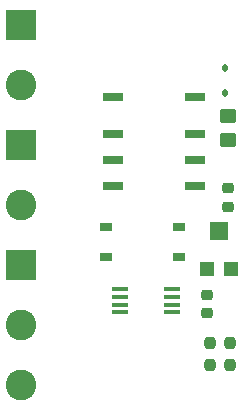
<source format=gbr>
%TF.GenerationSoftware,KiCad,Pcbnew,7.0.10*%
%TF.CreationDate,2024-02-14T16:45:12+01:00*%
%TF.ProjectId,turningLoopLDR,7475726e-696e-4674-9c6f-6f704c44522e,rev?*%
%TF.SameCoordinates,Original*%
%TF.FileFunction,Copper,L1,Top*%
%TF.FilePolarity,Positive*%
%FSLAX46Y46*%
G04 Gerber Fmt 4.6, Leading zero omitted, Abs format (unit mm)*
G04 Created by KiCad (PCBNEW 7.0.10) date 2024-02-14 16:45:12*
%MOMM*%
%LPD*%
G01*
G04 APERTURE LIST*
G04 Aperture macros list*
%AMRoundRect*
0 Rectangle with rounded corners*
0 $1 Rounding radius*
0 $2 $3 $4 $5 $6 $7 $8 $9 X,Y pos of 4 corners*
0 Add a 4 corners polygon primitive as box body*
4,1,4,$2,$3,$4,$5,$6,$7,$8,$9,$2,$3,0*
0 Add four circle primitives for the rounded corners*
1,1,$1+$1,$2,$3*
1,1,$1+$1,$4,$5*
1,1,$1+$1,$6,$7*
1,1,$1+$1,$8,$9*
0 Add four rect primitives between the rounded corners*
20,1,$1+$1,$2,$3,$4,$5,0*
20,1,$1+$1,$4,$5,$6,$7,0*
20,1,$1+$1,$6,$7,$8,$9,0*
20,1,$1+$1,$8,$9,$2,$3,0*%
G04 Aperture macros list end*
%TA.AperFunction,SMDPad,CuDef*%
%ADD10R,1.450000X0.450000*%
%TD*%
%TA.AperFunction,SMDPad,CuDef*%
%ADD11R,1.200000X1.200000*%
%TD*%
%TA.AperFunction,SMDPad,CuDef*%
%ADD12R,1.600000X1.500000*%
%TD*%
%TA.AperFunction,SMDPad,CuDef*%
%ADD13RoundRect,0.250000X0.450000X-0.350000X0.450000X0.350000X-0.450000X0.350000X-0.450000X-0.350000X0*%
%TD*%
%TA.AperFunction,SMDPad,CuDef*%
%ADD14RoundRect,0.237500X0.237500X-0.250000X0.237500X0.250000X-0.237500X0.250000X-0.237500X-0.250000X0*%
%TD*%
%TA.AperFunction,SMDPad,CuDef*%
%ADD15R,1.800000X0.800000*%
%TD*%
%TA.AperFunction,ComponentPad*%
%ADD16R,2.600000X2.600000*%
%TD*%
%TA.AperFunction,ComponentPad*%
%ADD17C,2.600000*%
%TD*%
%TA.AperFunction,SMDPad,CuDef*%
%ADD18RoundRect,0.112500X-0.112500X0.187500X-0.112500X-0.187500X0.112500X-0.187500X0.112500X0.187500X0*%
%TD*%
%TA.AperFunction,SMDPad,CuDef*%
%ADD19R,1.000000X0.800000*%
%TD*%
%TA.AperFunction,SMDPad,CuDef*%
%ADD20RoundRect,0.225000X0.250000X-0.225000X0.250000X0.225000X-0.250000X0.225000X-0.250000X-0.225000X0*%
%TD*%
%TA.AperFunction,SMDPad,CuDef*%
%ADD21RoundRect,0.225000X-0.250000X0.225000X-0.250000X-0.225000X0.250000X-0.225000X0.250000X0.225000X0*%
%TD*%
G04 APERTURE END LIST*
D10*
%TO.P,U1,1*%
%TO.N,Net-(D2-A)*%
X190600000Y-157000000D03*
%TO.P,U1,2,-*%
%TO.N,/Vadj*%
X190600000Y-157650000D03*
%TO.P,U1,3,+*%
%TO.N,Net-(J2-Pin_3)*%
X190600000Y-158300000D03*
%TO.P,U1,4,V-*%
%TO.N,GND*%
X190600000Y-158950000D03*
%TO.P,U1,5,+*%
%TO.N,Net-(J2-Pin_1)*%
X195000000Y-158950000D03*
%TO.P,U1,6,-*%
%TO.N,/Vadj*%
X195000000Y-158300000D03*
%TO.P,U1,7*%
%TO.N,Net-(D2-A)*%
X195000000Y-157650000D03*
%TO.P,U1,8,V+*%
%TO.N,VCC*%
X195000000Y-157000000D03*
%TD*%
D11*
%TO.P,RV1,1,1*%
%TO.N,VCC*%
X198000000Y-155300000D03*
D12*
%TO.P,RV1,2,2*%
%TO.N,/Vadj*%
X199000000Y-152050000D03*
D11*
%TO.P,RV1,3,3*%
%TO.N,GND*%
X200000000Y-155300000D03*
%TD*%
D13*
%TO.P,R3,1*%
%TO.N,VCC*%
X199763000Y-144375000D03*
%TO.P,R3,2*%
%TO.N,Net-(D2-K)*%
X199763000Y-142375000D03*
%TD*%
D14*
%TO.P,R2,1*%
%TO.N,VCC*%
X198239000Y-163412500D03*
%TO.P,R2,2*%
%TO.N,Net-(J2-Pin_3)*%
X198239000Y-161587500D03*
%TD*%
%TO.P,R1,1*%
%TO.N,VCC*%
X199907000Y-163412500D03*
%TO.P,R1,2*%
%TO.N,Net-(J2-Pin_1)*%
X199907000Y-161587500D03*
%TD*%
D15*
%TO.P,K1,1*%
%TO.N,Net-(D2-K)*%
X190000000Y-140700000D03*
%TO.P,K1,2*%
%TO.N,/DCC_IN_B*%
X190000000Y-143900000D03*
%TO.P,K1,3*%
%TO.N,/DCC_OUT_B*%
X190000000Y-146100000D03*
%TO.P,K1,4*%
%TO.N,/DCC_IN_A*%
X190000000Y-148300000D03*
%TO.P,K1,5*%
%TO.N,/DCC_IN_B*%
X197000000Y-148300000D03*
%TO.P,K1,6*%
%TO.N,/DCC_OUT_A*%
X197000000Y-146100000D03*
%TO.P,K1,7*%
%TO.N,/DCC_IN_A*%
X197000000Y-143900000D03*
%TO.P,K1,8*%
%TO.N,Net-(D2-A)*%
X197000000Y-140700000D03*
%TD*%
D16*
%TO.P,J3,1,Pin_1*%
%TO.N,/DCC_OUT_A*%
X182245000Y-134620000D03*
D17*
%TO.P,J3,2,Pin_2*%
%TO.N,/DCC_OUT_B*%
X182245000Y-139700000D03*
%TD*%
D16*
%TO.P,J2,1,Pin_1*%
%TO.N,Net-(J2-Pin_1)*%
X182245000Y-154940000D03*
D17*
%TO.P,J2,2,Pin_2*%
%TO.N,GND*%
X182245000Y-160020000D03*
%TO.P,J2,3,Pin_3*%
%TO.N,Net-(J2-Pin_3)*%
X182245000Y-165100000D03*
%TD*%
D16*
%TO.P,J1,1,Pin_1*%
%TO.N,/DCC_IN_A*%
X182245000Y-144780000D03*
D17*
%TO.P,J1,2,Pin_2*%
%TO.N,/DCC_IN_B*%
X182245000Y-149860000D03*
%TD*%
D18*
%TO.P,D2,1,K*%
%TO.N,Net-(D2-K)*%
X199509000Y-138261000D03*
%TO.P,D2,2,A*%
%TO.N,Net-(D2-A)*%
X199509000Y-140361000D03*
%TD*%
D19*
%TO.P,D1,1,+*%
%TO.N,VCC*%
X195575000Y-154270000D03*
%TO.P,D1,2,-*%
%TO.N,GND*%
X195575000Y-151730000D03*
%TO.P,D1,3*%
%TO.N,/DCC_IN_A*%
X189425000Y-151730000D03*
%TO.P,D1,4*%
%TO.N,/DCC_IN_B*%
X189425000Y-154270000D03*
%TD*%
D20*
%TO.P,C2,1*%
%TO.N,/Vadj*%
X199771000Y-150000000D03*
%TO.P,C2,2*%
%TO.N,GND*%
X199771000Y-148450000D03*
%TD*%
D21*
%TO.P,C1,1*%
%TO.N,VCC*%
X198000000Y-157450000D03*
%TO.P,C1,2*%
%TO.N,GND*%
X198000000Y-159000000D03*
%TD*%
M02*

</source>
